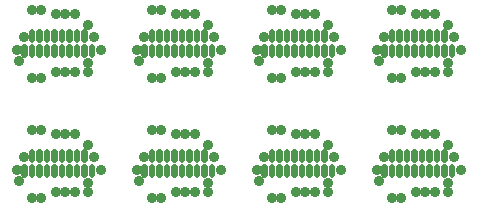
<source format=gts>
G75*
%MOIN*%
%OFA0B0*%
%FSLAX25Y25*%
%IPPOS*%
%LPD*%
%AMOC8*
5,1,8,0,0,1.08239X$1,22.5*
%
%ADD10C,0.02070*%
%ADD11C,0.03500*%
D10*
X0009085Y0016635D02*
X0009085Y0019365D01*
X0009315Y0019365D01*
X0009315Y0016635D01*
X0009085Y0016635D01*
X0009085Y0018704D02*
X0009315Y0018704D01*
X0011585Y0019365D02*
X0011585Y0016635D01*
X0011585Y0019365D02*
X0011815Y0019365D01*
X0011815Y0016635D01*
X0011585Y0016635D01*
X0011585Y0018704D02*
X0011815Y0018704D01*
X0014085Y0019365D02*
X0014085Y0016635D01*
X0014085Y0019365D02*
X0014315Y0019365D01*
X0014315Y0016635D01*
X0014085Y0016635D01*
X0014085Y0018704D02*
X0014315Y0018704D01*
X0016585Y0019365D02*
X0016585Y0016635D01*
X0016585Y0019365D02*
X0016815Y0019365D01*
X0016815Y0016635D01*
X0016585Y0016635D01*
X0016585Y0018704D02*
X0016815Y0018704D01*
X0019085Y0019365D02*
X0019085Y0016635D01*
X0019085Y0019365D02*
X0019315Y0019365D01*
X0019315Y0016635D01*
X0019085Y0016635D01*
X0019085Y0018704D02*
X0019315Y0018704D01*
X0021585Y0019365D02*
X0021585Y0016635D01*
X0021585Y0019365D02*
X0021815Y0019365D01*
X0021815Y0016635D01*
X0021585Y0016635D01*
X0021585Y0018704D02*
X0021815Y0018704D01*
X0024085Y0019365D02*
X0024085Y0016635D01*
X0024085Y0019365D02*
X0024315Y0019365D01*
X0024315Y0016635D01*
X0024085Y0016635D01*
X0024085Y0018704D02*
X0024315Y0018704D01*
X0026585Y0019365D02*
X0026585Y0016635D01*
X0026585Y0019365D02*
X0026815Y0019365D01*
X0026815Y0016635D01*
X0026585Y0016635D01*
X0026585Y0018704D02*
X0026815Y0018704D01*
X0029085Y0019365D02*
X0029085Y0016635D01*
X0029085Y0019365D02*
X0029315Y0019365D01*
X0029315Y0016635D01*
X0029085Y0016635D01*
X0029085Y0018704D02*
X0029315Y0018704D01*
X0031585Y0019365D02*
X0031585Y0016635D01*
X0031585Y0019365D02*
X0031815Y0019365D01*
X0031815Y0016635D01*
X0031585Y0016635D01*
X0031585Y0018704D02*
X0031815Y0018704D01*
X0029085Y0021635D02*
X0029085Y0024365D01*
X0029315Y0024365D01*
X0029315Y0021635D01*
X0029085Y0021635D01*
X0029085Y0023704D02*
X0029315Y0023704D01*
X0026585Y0024365D02*
X0026585Y0021635D01*
X0026585Y0024365D02*
X0026815Y0024365D01*
X0026815Y0021635D01*
X0026585Y0021635D01*
X0026585Y0023704D02*
X0026815Y0023704D01*
X0024085Y0024365D02*
X0024085Y0021635D01*
X0024085Y0024365D02*
X0024315Y0024365D01*
X0024315Y0021635D01*
X0024085Y0021635D01*
X0024085Y0023704D02*
X0024315Y0023704D01*
X0021585Y0024365D02*
X0021585Y0021635D01*
X0021585Y0024365D02*
X0021815Y0024365D01*
X0021815Y0021635D01*
X0021585Y0021635D01*
X0021585Y0023704D02*
X0021815Y0023704D01*
X0019085Y0024365D02*
X0019085Y0021635D01*
X0019085Y0024365D02*
X0019315Y0024365D01*
X0019315Y0021635D01*
X0019085Y0021635D01*
X0019085Y0023704D02*
X0019315Y0023704D01*
X0016585Y0024365D02*
X0016585Y0021635D01*
X0016585Y0024365D02*
X0016815Y0024365D01*
X0016815Y0021635D01*
X0016585Y0021635D01*
X0016585Y0023704D02*
X0016815Y0023704D01*
X0014085Y0024365D02*
X0014085Y0021635D01*
X0014085Y0024365D02*
X0014315Y0024365D01*
X0014315Y0021635D01*
X0014085Y0021635D01*
X0014085Y0023704D02*
X0014315Y0023704D01*
X0011585Y0024365D02*
X0011585Y0021635D01*
X0011585Y0024365D02*
X0011815Y0024365D01*
X0011815Y0021635D01*
X0011585Y0021635D01*
X0011585Y0023704D02*
X0011815Y0023704D01*
X0049085Y0019365D02*
X0049085Y0016635D01*
X0049085Y0019365D02*
X0049315Y0019365D01*
X0049315Y0016635D01*
X0049085Y0016635D01*
X0049085Y0018704D02*
X0049315Y0018704D01*
X0051585Y0019365D02*
X0051585Y0016635D01*
X0051585Y0019365D02*
X0051815Y0019365D01*
X0051815Y0016635D01*
X0051585Y0016635D01*
X0051585Y0018704D02*
X0051815Y0018704D01*
X0054085Y0019365D02*
X0054085Y0016635D01*
X0054085Y0019365D02*
X0054315Y0019365D01*
X0054315Y0016635D01*
X0054085Y0016635D01*
X0054085Y0018704D02*
X0054315Y0018704D01*
X0056585Y0019365D02*
X0056585Y0016635D01*
X0056585Y0019365D02*
X0056815Y0019365D01*
X0056815Y0016635D01*
X0056585Y0016635D01*
X0056585Y0018704D02*
X0056815Y0018704D01*
X0059085Y0019365D02*
X0059085Y0016635D01*
X0059085Y0019365D02*
X0059315Y0019365D01*
X0059315Y0016635D01*
X0059085Y0016635D01*
X0059085Y0018704D02*
X0059315Y0018704D01*
X0061585Y0019365D02*
X0061585Y0016635D01*
X0061585Y0019365D02*
X0061815Y0019365D01*
X0061815Y0016635D01*
X0061585Y0016635D01*
X0061585Y0018704D02*
X0061815Y0018704D01*
X0064085Y0019365D02*
X0064085Y0016635D01*
X0064085Y0019365D02*
X0064315Y0019365D01*
X0064315Y0016635D01*
X0064085Y0016635D01*
X0064085Y0018704D02*
X0064315Y0018704D01*
X0066585Y0019365D02*
X0066585Y0016635D01*
X0066585Y0019365D02*
X0066815Y0019365D01*
X0066815Y0016635D01*
X0066585Y0016635D01*
X0066585Y0018704D02*
X0066815Y0018704D01*
X0069085Y0019365D02*
X0069085Y0016635D01*
X0069085Y0019365D02*
X0069315Y0019365D01*
X0069315Y0016635D01*
X0069085Y0016635D01*
X0069085Y0018704D02*
X0069315Y0018704D01*
X0071585Y0019365D02*
X0071585Y0016635D01*
X0071585Y0019365D02*
X0071815Y0019365D01*
X0071815Y0016635D01*
X0071585Y0016635D01*
X0071585Y0018704D02*
X0071815Y0018704D01*
X0069085Y0021635D02*
X0069085Y0024365D01*
X0069315Y0024365D01*
X0069315Y0021635D01*
X0069085Y0021635D01*
X0069085Y0023704D02*
X0069315Y0023704D01*
X0066585Y0024365D02*
X0066585Y0021635D01*
X0066585Y0024365D02*
X0066815Y0024365D01*
X0066815Y0021635D01*
X0066585Y0021635D01*
X0066585Y0023704D02*
X0066815Y0023704D01*
X0064085Y0024365D02*
X0064085Y0021635D01*
X0064085Y0024365D02*
X0064315Y0024365D01*
X0064315Y0021635D01*
X0064085Y0021635D01*
X0064085Y0023704D02*
X0064315Y0023704D01*
X0061585Y0024365D02*
X0061585Y0021635D01*
X0061585Y0024365D02*
X0061815Y0024365D01*
X0061815Y0021635D01*
X0061585Y0021635D01*
X0061585Y0023704D02*
X0061815Y0023704D01*
X0059085Y0024365D02*
X0059085Y0021635D01*
X0059085Y0024365D02*
X0059315Y0024365D01*
X0059315Y0021635D01*
X0059085Y0021635D01*
X0059085Y0023704D02*
X0059315Y0023704D01*
X0056585Y0024365D02*
X0056585Y0021635D01*
X0056585Y0024365D02*
X0056815Y0024365D01*
X0056815Y0021635D01*
X0056585Y0021635D01*
X0056585Y0023704D02*
X0056815Y0023704D01*
X0054085Y0024365D02*
X0054085Y0021635D01*
X0054085Y0024365D02*
X0054315Y0024365D01*
X0054315Y0021635D01*
X0054085Y0021635D01*
X0054085Y0023704D02*
X0054315Y0023704D01*
X0051585Y0024365D02*
X0051585Y0021635D01*
X0051585Y0024365D02*
X0051815Y0024365D01*
X0051815Y0021635D01*
X0051585Y0021635D01*
X0051585Y0023704D02*
X0051815Y0023704D01*
X0089085Y0019365D02*
X0089085Y0016635D01*
X0089085Y0019365D02*
X0089315Y0019365D01*
X0089315Y0016635D01*
X0089085Y0016635D01*
X0089085Y0018704D02*
X0089315Y0018704D01*
X0091585Y0019365D02*
X0091585Y0016635D01*
X0091585Y0019365D02*
X0091815Y0019365D01*
X0091815Y0016635D01*
X0091585Y0016635D01*
X0091585Y0018704D02*
X0091815Y0018704D01*
X0094085Y0019365D02*
X0094085Y0016635D01*
X0094085Y0019365D02*
X0094315Y0019365D01*
X0094315Y0016635D01*
X0094085Y0016635D01*
X0094085Y0018704D02*
X0094315Y0018704D01*
X0096585Y0019365D02*
X0096585Y0016635D01*
X0096585Y0019365D02*
X0096815Y0019365D01*
X0096815Y0016635D01*
X0096585Y0016635D01*
X0096585Y0018704D02*
X0096815Y0018704D01*
X0099085Y0019365D02*
X0099085Y0016635D01*
X0099085Y0019365D02*
X0099315Y0019365D01*
X0099315Y0016635D01*
X0099085Y0016635D01*
X0099085Y0018704D02*
X0099315Y0018704D01*
X0101585Y0019365D02*
X0101585Y0016635D01*
X0101585Y0019365D02*
X0101815Y0019365D01*
X0101815Y0016635D01*
X0101585Y0016635D01*
X0101585Y0018704D02*
X0101815Y0018704D01*
X0104085Y0019365D02*
X0104085Y0016635D01*
X0104085Y0019365D02*
X0104315Y0019365D01*
X0104315Y0016635D01*
X0104085Y0016635D01*
X0104085Y0018704D02*
X0104315Y0018704D01*
X0106585Y0019365D02*
X0106585Y0016635D01*
X0106585Y0019365D02*
X0106815Y0019365D01*
X0106815Y0016635D01*
X0106585Y0016635D01*
X0106585Y0018704D02*
X0106815Y0018704D01*
X0109085Y0019365D02*
X0109085Y0016635D01*
X0109085Y0019365D02*
X0109315Y0019365D01*
X0109315Y0016635D01*
X0109085Y0016635D01*
X0109085Y0018704D02*
X0109315Y0018704D01*
X0111585Y0019365D02*
X0111585Y0016635D01*
X0111585Y0019365D02*
X0111815Y0019365D01*
X0111815Y0016635D01*
X0111585Y0016635D01*
X0111585Y0018704D02*
X0111815Y0018704D01*
X0109085Y0021635D02*
X0109085Y0024365D01*
X0109315Y0024365D01*
X0109315Y0021635D01*
X0109085Y0021635D01*
X0109085Y0023704D02*
X0109315Y0023704D01*
X0106585Y0024365D02*
X0106585Y0021635D01*
X0106585Y0024365D02*
X0106815Y0024365D01*
X0106815Y0021635D01*
X0106585Y0021635D01*
X0106585Y0023704D02*
X0106815Y0023704D01*
X0104085Y0024365D02*
X0104085Y0021635D01*
X0104085Y0024365D02*
X0104315Y0024365D01*
X0104315Y0021635D01*
X0104085Y0021635D01*
X0104085Y0023704D02*
X0104315Y0023704D01*
X0101585Y0024365D02*
X0101585Y0021635D01*
X0101585Y0024365D02*
X0101815Y0024365D01*
X0101815Y0021635D01*
X0101585Y0021635D01*
X0101585Y0023704D02*
X0101815Y0023704D01*
X0099085Y0024365D02*
X0099085Y0021635D01*
X0099085Y0024365D02*
X0099315Y0024365D01*
X0099315Y0021635D01*
X0099085Y0021635D01*
X0099085Y0023704D02*
X0099315Y0023704D01*
X0096585Y0024365D02*
X0096585Y0021635D01*
X0096585Y0024365D02*
X0096815Y0024365D01*
X0096815Y0021635D01*
X0096585Y0021635D01*
X0096585Y0023704D02*
X0096815Y0023704D01*
X0094085Y0024365D02*
X0094085Y0021635D01*
X0094085Y0024365D02*
X0094315Y0024365D01*
X0094315Y0021635D01*
X0094085Y0021635D01*
X0094085Y0023704D02*
X0094315Y0023704D01*
X0091585Y0024365D02*
X0091585Y0021635D01*
X0091585Y0024365D02*
X0091815Y0024365D01*
X0091815Y0021635D01*
X0091585Y0021635D01*
X0091585Y0023704D02*
X0091815Y0023704D01*
X0129085Y0019365D02*
X0129085Y0016635D01*
X0129085Y0019365D02*
X0129315Y0019365D01*
X0129315Y0016635D01*
X0129085Y0016635D01*
X0129085Y0018704D02*
X0129315Y0018704D01*
X0131585Y0019365D02*
X0131585Y0016635D01*
X0131585Y0019365D02*
X0131815Y0019365D01*
X0131815Y0016635D01*
X0131585Y0016635D01*
X0131585Y0018704D02*
X0131815Y0018704D01*
X0134085Y0019365D02*
X0134085Y0016635D01*
X0134085Y0019365D02*
X0134315Y0019365D01*
X0134315Y0016635D01*
X0134085Y0016635D01*
X0134085Y0018704D02*
X0134315Y0018704D01*
X0136585Y0019365D02*
X0136585Y0016635D01*
X0136585Y0019365D02*
X0136815Y0019365D01*
X0136815Y0016635D01*
X0136585Y0016635D01*
X0136585Y0018704D02*
X0136815Y0018704D01*
X0139085Y0019365D02*
X0139085Y0016635D01*
X0139085Y0019365D02*
X0139315Y0019365D01*
X0139315Y0016635D01*
X0139085Y0016635D01*
X0139085Y0018704D02*
X0139315Y0018704D01*
X0141585Y0019365D02*
X0141585Y0016635D01*
X0141585Y0019365D02*
X0141815Y0019365D01*
X0141815Y0016635D01*
X0141585Y0016635D01*
X0141585Y0018704D02*
X0141815Y0018704D01*
X0144085Y0019365D02*
X0144085Y0016635D01*
X0144085Y0019365D02*
X0144315Y0019365D01*
X0144315Y0016635D01*
X0144085Y0016635D01*
X0144085Y0018704D02*
X0144315Y0018704D01*
X0146585Y0019365D02*
X0146585Y0016635D01*
X0146585Y0019365D02*
X0146815Y0019365D01*
X0146815Y0016635D01*
X0146585Y0016635D01*
X0146585Y0018704D02*
X0146815Y0018704D01*
X0149085Y0019365D02*
X0149085Y0016635D01*
X0149085Y0019365D02*
X0149315Y0019365D01*
X0149315Y0016635D01*
X0149085Y0016635D01*
X0149085Y0018704D02*
X0149315Y0018704D01*
X0151585Y0019365D02*
X0151585Y0016635D01*
X0151585Y0019365D02*
X0151815Y0019365D01*
X0151815Y0016635D01*
X0151585Y0016635D01*
X0151585Y0018704D02*
X0151815Y0018704D01*
X0149085Y0021635D02*
X0149085Y0024365D01*
X0149315Y0024365D01*
X0149315Y0021635D01*
X0149085Y0021635D01*
X0149085Y0023704D02*
X0149315Y0023704D01*
X0146585Y0024365D02*
X0146585Y0021635D01*
X0146585Y0024365D02*
X0146815Y0024365D01*
X0146815Y0021635D01*
X0146585Y0021635D01*
X0146585Y0023704D02*
X0146815Y0023704D01*
X0144085Y0024365D02*
X0144085Y0021635D01*
X0144085Y0024365D02*
X0144315Y0024365D01*
X0144315Y0021635D01*
X0144085Y0021635D01*
X0144085Y0023704D02*
X0144315Y0023704D01*
X0141585Y0024365D02*
X0141585Y0021635D01*
X0141585Y0024365D02*
X0141815Y0024365D01*
X0141815Y0021635D01*
X0141585Y0021635D01*
X0141585Y0023704D02*
X0141815Y0023704D01*
X0139085Y0024365D02*
X0139085Y0021635D01*
X0139085Y0024365D02*
X0139315Y0024365D01*
X0139315Y0021635D01*
X0139085Y0021635D01*
X0139085Y0023704D02*
X0139315Y0023704D01*
X0136585Y0024365D02*
X0136585Y0021635D01*
X0136585Y0024365D02*
X0136815Y0024365D01*
X0136815Y0021635D01*
X0136585Y0021635D01*
X0136585Y0023704D02*
X0136815Y0023704D01*
X0134085Y0024365D02*
X0134085Y0021635D01*
X0134085Y0024365D02*
X0134315Y0024365D01*
X0134315Y0021635D01*
X0134085Y0021635D01*
X0134085Y0023704D02*
X0134315Y0023704D01*
X0131585Y0024365D02*
X0131585Y0021635D01*
X0131585Y0024365D02*
X0131815Y0024365D01*
X0131815Y0021635D01*
X0131585Y0021635D01*
X0131585Y0023704D02*
X0131815Y0023704D01*
X0131585Y0056635D02*
X0131585Y0059365D01*
X0131815Y0059365D01*
X0131815Y0056635D01*
X0131585Y0056635D01*
X0131585Y0058704D02*
X0131815Y0058704D01*
X0129085Y0059365D02*
X0129085Y0056635D01*
X0129085Y0059365D02*
X0129315Y0059365D01*
X0129315Y0056635D01*
X0129085Y0056635D01*
X0129085Y0058704D02*
X0129315Y0058704D01*
X0134085Y0059365D02*
X0134085Y0056635D01*
X0134085Y0059365D02*
X0134315Y0059365D01*
X0134315Y0056635D01*
X0134085Y0056635D01*
X0134085Y0058704D02*
X0134315Y0058704D01*
X0136585Y0059365D02*
X0136585Y0056635D01*
X0136585Y0059365D02*
X0136815Y0059365D01*
X0136815Y0056635D01*
X0136585Y0056635D01*
X0136585Y0058704D02*
X0136815Y0058704D01*
X0139085Y0059365D02*
X0139085Y0056635D01*
X0139085Y0059365D02*
X0139315Y0059365D01*
X0139315Y0056635D01*
X0139085Y0056635D01*
X0139085Y0058704D02*
X0139315Y0058704D01*
X0141585Y0059365D02*
X0141585Y0056635D01*
X0141585Y0059365D02*
X0141815Y0059365D01*
X0141815Y0056635D01*
X0141585Y0056635D01*
X0141585Y0058704D02*
X0141815Y0058704D01*
X0144085Y0059365D02*
X0144085Y0056635D01*
X0144085Y0059365D02*
X0144315Y0059365D01*
X0144315Y0056635D01*
X0144085Y0056635D01*
X0144085Y0058704D02*
X0144315Y0058704D01*
X0146585Y0059365D02*
X0146585Y0056635D01*
X0146585Y0059365D02*
X0146815Y0059365D01*
X0146815Y0056635D01*
X0146585Y0056635D01*
X0146585Y0058704D02*
X0146815Y0058704D01*
X0149085Y0059365D02*
X0149085Y0056635D01*
X0149085Y0059365D02*
X0149315Y0059365D01*
X0149315Y0056635D01*
X0149085Y0056635D01*
X0149085Y0058704D02*
X0149315Y0058704D01*
X0151585Y0059365D02*
X0151585Y0056635D01*
X0151585Y0059365D02*
X0151815Y0059365D01*
X0151815Y0056635D01*
X0151585Y0056635D01*
X0151585Y0058704D02*
X0151815Y0058704D01*
X0149085Y0061635D02*
X0149085Y0064365D01*
X0149315Y0064365D01*
X0149315Y0061635D01*
X0149085Y0061635D01*
X0149085Y0063704D02*
X0149315Y0063704D01*
X0146585Y0064365D02*
X0146585Y0061635D01*
X0146585Y0064365D02*
X0146815Y0064365D01*
X0146815Y0061635D01*
X0146585Y0061635D01*
X0146585Y0063704D02*
X0146815Y0063704D01*
X0144085Y0064365D02*
X0144085Y0061635D01*
X0144085Y0064365D02*
X0144315Y0064365D01*
X0144315Y0061635D01*
X0144085Y0061635D01*
X0144085Y0063704D02*
X0144315Y0063704D01*
X0141585Y0064365D02*
X0141585Y0061635D01*
X0141585Y0064365D02*
X0141815Y0064365D01*
X0141815Y0061635D01*
X0141585Y0061635D01*
X0141585Y0063704D02*
X0141815Y0063704D01*
X0139085Y0064365D02*
X0139085Y0061635D01*
X0139085Y0064365D02*
X0139315Y0064365D01*
X0139315Y0061635D01*
X0139085Y0061635D01*
X0139085Y0063704D02*
X0139315Y0063704D01*
X0136585Y0064365D02*
X0136585Y0061635D01*
X0136585Y0064365D02*
X0136815Y0064365D01*
X0136815Y0061635D01*
X0136585Y0061635D01*
X0136585Y0063704D02*
X0136815Y0063704D01*
X0134085Y0064365D02*
X0134085Y0061635D01*
X0134085Y0064365D02*
X0134315Y0064365D01*
X0134315Y0061635D01*
X0134085Y0061635D01*
X0134085Y0063704D02*
X0134315Y0063704D01*
X0131585Y0064365D02*
X0131585Y0061635D01*
X0131585Y0064365D02*
X0131815Y0064365D01*
X0131815Y0061635D01*
X0131585Y0061635D01*
X0131585Y0063704D02*
X0131815Y0063704D01*
X0111585Y0059365D02*
X0111585Y0056635D01*
X0111585Y0059365D02*
X0111815Y0059365D01*
X0111815Y0056635D01*
X0111585Y0056635D01*
X0111585Y0058704D02*
X0111815Y0058704D01*
X0109085Y0059365D02*
X0109085Y0056635D01*
X0109085Y0059365D02*
X0109315Y0059365D01*
X0109315Y0056635D01*
X0109085Y0056635D01*
X0109085Y0058704D02*
X0109315Y0058704D01*
X0106585Y0059365D02*
X0106585Y0056635D01*
X0106585Y0059365D02*
X0106815Y0059365D01*
X0106815Y0056635D01*
X0106585Y0056635D01*
X0106585Y0058704D02*
X0106815Y0058704D01*
X0104085Y0059365D02*
X0104085Y0056635D01*
X0104085Y0059365D02*
X0104315Y0059365D01*
X0104315Y0056635D01*
X0104085Y0056635D01*
X0104085Y0058704D02*
X0104315Y0058704D01*
X0101585Y0059365D02*
X0101585Y0056635D01*
X0101585Y0059365D02*
X0101815Y0059365D01*
X0101815Y0056635D01*
X0101585Y0056635D01*
X0101585Y0058704D02*
X0101815Y0058704D01*
X0099085Y0059365D02*
X0099085Y0056635D01*
X0099085Y0059365D02*
X0099315Y0059365D01*
X0099315Y0056635D01*
X0099085Y0056635D01*
X0099085Y0058704D02*
X0099315Y0058704D01*
X0096585Y0059365D02*
X0096585Y0056635D01*
X0096585Y0059365D02*
X0096815Y0059365D01*
X0096815Y0056635D01*
X0096585Y0056635D01*
X0096585Y0058704D02*
X0096815Y0058704D01*
X0094085Y0059365D02*
X0094085Y0056635D01*
X0094085Y0059365D02*
X0094315Y0059365D01*
X0094315Y0056635D01*
X0094085Y0056635D01*
X0094085Y0058704D02*
X0094315Y0058704D01*
X0091585Y0059365D02*
X0091585Y0056635D01*
X0091585Y0059365D02*
X0091815Y0059365D01*
X0091815Y0056635D01*
X0091585Y0056635D01*
X0091585Y0058704D02*
X0091815Y0058704D01*
X0089085Y0059365D02*
X0089085Y0056635D01*
X0089085Y0059365D02*
X0089315Y0059365D01*
X0089315Y0056635D01*
X0089085Y0056635D01*
X0089085Y0058704D02*
X0089315Y0058704D01*
X0091585Y0061635D02*
X0091585Y0064365D01*
X0091815Y0064365D01*
X0091815Y0061635D01*
X0091585Y0061635D01*
X0091585Y0063704D02*
X0091815Y0063704D01*
X0094085Y0064365D02*
X0094085Y0061635D01*
X0094085Y0064365D02*
X0094315Y0064365D01*
X0094315Y0061635D01*
X0094085Y0061635D01*
X0094085Y0063704D02*
X0094315Y0063704D01*
X0096585Y0064365D02*
X0096585Y0061635D01*
X0096585Y0064365D02*
X0096815Y0064365D01*
X0096815Y0061635D01*
X0096585Y0061635D01*
X0096585Y0063704D02*
X0096815Y0063704D01*
X0099085Y0064365D02*
X0099085Y0061635D01*
X0099085Y0064365D02*
X0099315Y0064365D01*
X0099315Y0061635D01*
X0099085Y0061635D01*
X0099085Y0063704D02*
X0099315Y0063704D01*
X0101585Y0064365D02*
X0101585Y0061635D01*
X0101585Y0064365D02*
X0101815Y0064365D01*
X0101815Y0061635D01*
X0101585Y0061635D01*
X0101585Y0063704D02*
X0101815Y0063704D01*
X0104085Y0064365D02*
X0104085Y0061635D01*
X0104085Y0064365D02*
X0104315Y0064365D01*
X0104315Y0061635D01*
X0104085Y0061635D01*
X0104085Y0063704D02*
X0104315Y0063704D01*
X0106585Y0064365D02*
X0106585Y0061635D01*
X0106585Y0064365D02*
X0106815Y0064365D01*
X0106815Y0061635D01*
X0106585Y0061635D01*
X0106585Y0063704D02*
X0106815Y0063704D01*
X0109085Y0064365D02*
X0109085Y0061635D01*
X0109085Y0064365D02*
X0109315Y0064365D01*
X0109315Y0061635D01*
X0109085Y0061635D01*
X0109085Y0063704D02*
X0109315Y0063704D01*
X0071585Y0059365D02*
X0071585Y0056635D01*
X0071585Y0059365D02*
X0071815Y0059365D01*
X0071815Y0056635D01*
X0071585Y0056635D01*
X0071585Y0058704D02*
X0071815Y0058704D01*
X0069085Y0059365D02*
X0069085Y0056635D01*
X0069085Y0059365D02*
X0069315Y0059365D01*
X0069315Y0056635D01*
X0069085Y0056635D01*
X0069085Y0058704D02*
X0069315Y0058704D01*
X0066585Y0059365D02*
X0066585Y0056635D01*
X0066585Y0059365D02*
X0066815Y0059365D01*
X0066815Y0056635D01*
X0066585Y0056635D01*
X0066585Y0058704D02*
X0066815Y0058704D01*
X0064085Y0059365D02*
X0064085Y0056635D01*
X0064085Y0059365D02*
X0064315Y0059365D01*
X0064315Y0056635D01*
X0064085Y0056635D01*
X0064085Y0058704D02*
X0064315Y0058704D01*
X0061585Y0059365D02*
X0061585Y0056635D01*
X0061585Y0059365D02*
X0061815Y0059365D01*
X0061815Y0056635D01*
X0061585Y0056635D01*
X0061585Y0058704D02*
X0061815Y0058704D01*
X0059085Y0059365D02*
X0059085Y0056635D01*
X0059085Y0059365D02*
X0059315Y0059365D01*
X0059315Y0056635D01*
X0059085Y0056635D01*
X0059085Y0058704D02*
X0059315Y0058704D01*
X0056585Y0059365D02*
X0056585Y0056635D01*
X0056585Y0059365D02*
X0056815Y0059365D01*
X0056815Y0056635D01*
X0056585Y0056635D01*
X0056585Y0058704D02*
X0056815Y0058704D01*
X0054085Y0059365D02*
X0054085Y0056635D01*
X0054085Y0059365D02*
X0054315Y0059365D01*
X0054315Y0056635D01*
X0054085Y0056635D01*
X0054085Y0058704D02*
X0054315Y0058704D01*
X0051585Y0059365D02*
X0051585Y0056635D01*
X0051585Y0059365D02*
X0051815Y0059365D01*
X0051815Y0056635D01*
X0051585Y0056635D01*
X0051585Y0058704D02*
X0051815Y0058704D01*
X0049085Y0059365D02*
X0049085Y0056635D01*
X0049085Y0059365D02*
X0049315Y0059365D01*
X0049315Y0056635D01*
X0049085Y0056635D01*
X0049085Y0058704D02*
X0049315Y0058704D01*
X0051585Y0061635D02*
X0051585Y0064365D01*
X0051815Y0064365D01*
X0051815Y0061635D01*
X0051585Y0061635D01*
X0051585Y0063704D02*
X0051815Y0063704D01*
X0054085Y0064365D02*
X0054085Y0061635D01*
X0054085Y0064365D02*
X0054315Y0064365D01*
X0054315Y0061635D01*
X0054085Y0061635D01*
X0054085Y0063704D02*
X0054315Y0063704D01*
X0056585Y0064365D02*
X0056585Y0061635D01*
X0056585Y0064365D02*
X0056815Y0064365D01*
X0056815Y0061635D01*
X0056585Y0061635D01*
X0056585Y0063704D02*
X0056815Y0063704D01*
X0059085Y0064365D02*
X0059085Y0061635D01*
X0059085Y0064365D02*
X0059315Y0064365D01*
X0059315Y0061635D01*
X0059085Y0061635D01*
X0059085Y0063704D02*
X0059315Y0063704D01*
X0061585Y0064365D02*
X0061585Y0061635D01*
X0061585Y0064365D02*
X0061815Y0064365D01*
X0061815Y0061635D01*
X0061585Y0061635D01*
X0061585Y0063704D02*
X0061815Y0063704D01*
X0064085Y0064365D02*
X0064085Y0061635D01*
X0064085Y0064365D02*
X0064315Y0064365D01*
X0064315Y0061635D01*
X0064085Y0061635D01*
X0064085Y0063704D02*
X0064315Y0063704D01*
X0066585Y0064365D02*
X0066585Y0061635D01*
X0066585Y0064365D02*
X0066815Y0064365D01*
X0066815Y0061635D01*
X0066585Y0061635D01*
X0066585Y0063704D02*
X0066815Y0063704D01*
X0069085Y0064365D02*
X0069085Y0061635D01*
X0069085Y0064365D02*
X0069315Y0064365D01*
X0069315Y0061635D01*
X0069085Y0061635D01*
X0069085Y0063704D02*
X0069315Y0063704D01*
X0031585Y0059365D02*
X0031585Y0056635D01*
X0031585Y0059365D02*
X0031815Y0059365D01*
X0031815Y0056635D01*
X0031585Y0056635D01*
X0031585Y0058704D02*
X0031815Y0058704D01*
X0029085Y0059365D02*
X0029085Y0056635D01*
X0029085Y0059365D02*
X0029315Y0059365D01*
X0029315Y0056635D01*
X0029085Y0056635D01*
X0029085Y0058704D02*
X0029315Y0058704D01*
X0026585Y0059365D02*
X0026585Y0056635D01*
X0026585Y0059365D02*
X0026815Y0059365D01*
X0026815Y0056635D01*
X0026585Y0056635D01*
X0026585Y0058704D02*
X0026815Y0058704D01*
X0024085Y0059365D02*
X0024085Y0056635D01*
X0024085Y0059365D02*
X0024315Y0059365D01*
X0024315Y0056635D01*
X0024085Y0056635D01*
X0024085Y0058704D02*
X0024315Y0058704D01*
X0021585Y0059365D02*
X0021585Y0056635D01*
X0021585Y0059365D02*
X0021815Y0059365D01*
X0021815Y0056635D01*
X0021585Y0056635D01*
X0021585Y0058704D02*
X0021815Y0058704D01*
X0019085Y0059365D02*
X0019085Y0056635D01*
X0019085Y0059365D02*
X0019315Y0059365D01*
X0019315Y0056635D01*
X0019085Y0056635D01*
X0019085Y0058704D02*
X0019315Y0058704D01*
X0016585Y0059365D02*
X0016585Y0056635D01*
X0016585Y0059365D02*
X0016815Y0059365D01*
X0016815Y0056635D01*
X0016585Y0056635D01*
X0016585Y0058704D02*
X0016815Y0058704D01*
X0014085Y0059365D02*
X0014085Y0056635D01*
X0014085Y0059365D02*
X0014315Y0059365D01*
X0014315Y0056635D01*
X0014085Y0056635D01*
X0014085Y0058704D02*
X0014315Y0058704D01*
X0011585Y0059365D02*
X0011585Y0056635D01*
X0011585Y0059365D02*
X0011815Y0059365D01*
X0011815Y0056635D01*
X0011585Y0056635D01*
X0011585Y0058704D02*
X0011815Y0058704D01*
X0009085Y0059365D02*
X0009085Y0056635D01*
X0009085Y0059365D02*
X0009315Y0059365D01*
X0009315Y0056635D01*
X0009085Y0056635D01*
X0009085Y0058704D02*
X0009315Y0058704D01*
X0011585Y0061635D02*
X0011585Y0064365D01*
X0011815Y0064365D01*
X0011815Y0061635D01*
X0011585Y0061635D01*
X0011585Y0063704D02*
X0011815Y0063704D01*
X0014085Y0064365D02*
X0014085Y0061635D01*
X0014085Y0064365D02*
X0014315Y0064365D01*
X0014315Y0061635D01*
X0014085Y0061635D01*
X0014085Y0063704D02*
X0014315Y0063704D01*
X0016585Y0064365D02*
X0016585Y0061635D01*
X0016585Y0064365D02*
X0016815Y0064365D01*
X0016815Y0061635D01*
X0016585Y0061635D01*
X0016585Y0063704D02*
X0016815Y0063704D01*
X0019085Y0064365D02*
X0019085Y0061635D01*
X0019085Y0064365D02*
X0019315Y0064365D01*
X0019315Y0061635D01*
X0019085Y0061635D01*
X0019085Y0063704D02*
X0019315Y0063704D01*
X0021585Y0064365D02*
X0021585Y0061635D01*
X0021585Y0064365D02*
X0021815Y0064365D01*
X0021815Y0061635D01*
X0021585Y0061635D01*
X0021585Y0063704D02*
X0021815Y0063704D01*
X0024085Y0064365D02*
X0024085Y0061635D01*
X0024085Y0064365D02*
X0024315Y0064365D01*
X0024315Y0061635D01*
X0024085Y0061635D01*
X0024085Y0063704D02*
X0024315Y0063704D01*
X0026585Y0064365D02*
X0026585Y0061635D01*
X0026585Y0064365D02*
X0026815Y0064365D01*
X0026815Y0061635D01*
X0026585Y0061635D01*
X0026585Y0063704D02*
X0026815Y0063704D01*
X0029085Y0064365D02*
X0029085Y0061635D01*
X0029085Y0064365D02*
X0029315Y0064365D01*
X0029315Y0061635D01*
X0029085Y0061635D01*
X0029085Y0063704D02*
X0029315Y0063704D01*
D11*
X0011625Y0009000D03*
X0014750Y0009000D03*
X0019750Y0010875D03*
X0022875Y0010875D03*
X0026000Y0010875D03*
X0030375Y0010875D03*
X0030375Y0014000D03*
X0034750Y0018375D03*
X0032250Y0022750D03*
X0030375Y0026500D03*
X0026000Y0030250D03*
X0022875Y0030250D03*
X0019750Y0030250D03*
X0014750Y0031500D03*
X0011625Y0031500D03*
X0009125Y0022750D03*
X0006625Y0018375D03*
X0007250Y0014625D03*
X0046625Y0018375D03*
X0047250Y0014625D03*
X0051625Y0009000D03*
X0054750Y0009000D03*
X0059750Y0010875D03*
X0062875Y0010875D03*
X0066000Y0010875D03*
X0070375Y0010875D03*
X0070375Y0014000D03*
X0074750Y0018375D03*
X0072250Y0022750D03*
X0070375Y0026500D03*
X0066000Y0030250D03*
X0062875Y0030250D03*
X0059750Y0030250D03*
X0054750Y0031500D03*
X0051625Y0031500D03*
X0049125Y0022750D03*
X0086625Y0018375D03*
X0087250Y0014625D03*
X0091625Y0009000D03*
X0094750Y0009000D03*
X0099750Y0010875D03*
X0102875Y0010875D03*
X0106000Y0010875D03*
X0110375Y0010875D03*
X0110375Y0014000D03*
X0114750Y0018375D03*
X0112250Y0022750D03*
X0110375Y0026500D03*
X0106000Y0030250D03*
X0102875Y0030250D03*
X0099750Y0030250D03*
X0094750Y0031500D03*
X0091625Y0031500D03*
X0089125Y0022750D03*
X0126625Y0018375D03*
X0127250Y0014625D03*
X0131625Y0009000D03*
X0134750Y0009000D03*
X0139750Y0010875D03*
X0142875Y0010875D03*
X0146000Y0010875D03*
X0150375Y0010875D03*
X0150375Y0014000D03*
X0154750Y0018375D03*
X0152250Y0022750D03*
X0150375Y0026500D03*
X0146000Y0030250D03*
X0142875Y0030250D03*
X0139750Y0030250D03*
X0134750Y0031500D03*
X0131625Y0031500D03*
X0129125Y0022750D03*
X0131625Y0049000D03*
X0134750Y0049000D03*
X0139750Y0050875D03*
X0142875Y0050875D03*
X0146000Y0050875D03*
X0150375Y0050875D03*
X0150375Y0054000D03*
X0154750Y0058375D03*
X0152250Y0062750D03*
X0150375Y0066500D03*
X0146000Y0070250D03*
X0142875Y0070250D03*
X0139750Y0070250D03*
X0134750Y0071500D03*
X0131625Y0071500D03*
X0129125Y0062750D03*
X0126625Y0058375D03*
X0127250Y0054625D03*
X0114750Y0058375D03*
X0112250Y0062750D03*
X0110375Y0066500D03*
X0106000Y0070250D03*
X0102875Y0070250D03*
X0099750Y0070250D03*
X0094750Y0071500D03*
X0091625Y0071500D03*
X0089125Y0062750D03*
X0086625Y0058375D03*
X0087250Y0054625D03*
X0091625Y0049000D03*
X0094750Y0049000D03*
X0099750Y0050875D03*
X0102875Y0050875D03*
X0106000Y0050875D03*
X0110375Y0050875D03*
X0110375Y0054000D03*
X0074750Y0058375D03*
X0072250Y0062750D03*
X0070375Y0066500D03*
X0066000Y0070250D03*
X0062875Y0070250D03*
X0059750Y0070250D03*
X0054750Y0071500D03*
X0051625Y0071500D03*
X0049125Y0062750D03*
X0046625Y0058375D03*
X0047250Y0054625D03*
X0051625Y0049000D03*
X0054750Y0049000D03*
X0059750Y0050875D03*
X0062875Y0050875D03*
X0066000Y0050875D03*
X0070375Y0050875D03*
X0070375Y0054000D03*
X0034750Y0058375D03*
X0032250Y0062750D03*
X0030375Y0066500D03*
X0026000Y0070250D03*
X0022875Y0070250D03*
X0019750Y0070250D03*
X0014750Y0071500D03*
X0011625Y0071500D03*
X0009125Y0062750D03*
X0006625Y0058375D03*
X0007250Y0054625D03*
X0011625Y0049000D03*
X0014750Y0049000D03*
X0019750Y0050875D03*
X0022875Y0050875D03*
X0026000Y0050875D03*
X0030375Y0050875D03*
X0030375Y0054000D03*
M02*

</source>
